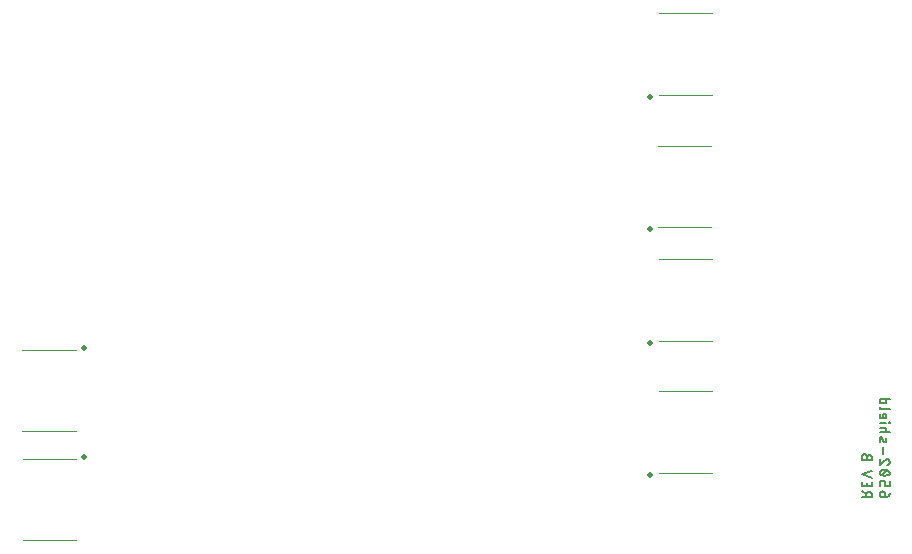
<source format=gbr>
G04 EAGLE Gerber RS-274X export*
G75*
%MOMM*%
%FSLAX34Y34*%
%LPD*%
%INSilkscreen Bottom*%
%IPPOS*%
%AMOC8*
5,1,8,0,0,1.08239X$1,22.5*%
G01*
%ADD10C,0.152400*%
%ADD11C,0.500000*%
%ADD12C,0.120000*%


D10*
X1004300Y74762D02*
X1004300Y77641D01*
X1004298Y77727D01*
X1004292Y77813D01*
X1004283Y77899D01*
X1004269Y77984D01*
X1004252Y78068D01*
X1004231Y78152D01*
X1004206Y78234D01*
X1004178Y78315D01*
X1004146Y78395D01*
X1004110Y78474D01*
X1004071Y78550D01*
X1004028Y78625D01*
X1003983Y78698D01*
X1003934Y78769D01*
X1003881Y78837D01*
X1003826Y78904D01*
X1003768Y78967D01*
X1003707Y79028D01*
X1003644Y79086D01*
X1003577Y79141D01*
X1003509Y79194D01*
X1003438Y79243D01*
X1003365Y79288D01*
X1003290Y79331D01*
X1003214Y79370D01*
X1003135Y79406D01*
X1003055Y79438D01*
X1002974Y79466D01*
X1002892Y79491D01*
X1002808Y79512D01*
X1002724Y79529D01*
X1002639Y79543D01*
X1002553Y79552D01*
X1002467Y79558D01*
X1002381Y79560D01*
X1001901Y79560D01*
X1001804Y79558D01*
X1001708Y79552D01*
X1001612Y79543D01*
X1001516Y79529D01*
X1001421Y79512D01*
X1001327Y79490D01*
X1001234Y79465D01*
X1001141Y79437D01*
X1001050Y79404D01*
X1000961Y79368D01*
X1000873Y79328D01*
X1000786Y79285D01*
X1000702Y79239D01*
X1000619Y79189D01*
X1000538Y79135D01*
X1000460Y79079D01*
X1000384Y79019D01*
X1000310Y78957D01*
X1000239Y78891D01*
X1000171Y78823D01*
X1000105Y78752D01*
X1000043Y78678D01*
X999983Y78602D01*
X999927Y78524D01*
X999873Y78443D01*
X999823Y78361D01*
X999777Y78276D01*
X999734Y78189D01*
X999694Y78101D01*
X999658Y78012D01*
X999625Y77921D01*
X999597Y77828D01*
X999572Y77735D01*
X999550Y77641D01*
X999533Y77546D01*
X999519Y77450D01*
X999510Y77354D01*
X999504Y77258D01*
X999502Y77161D01*
X999504Y77064D01*
X999510Y76968D01*
X999519Y76872D01*
X999533Y76776D01*
X999550Y76681D01*
X999572Y76587D01*
X999597Y76494D01*
X999625Y76401D01*
X999658Y76310D01*
X999694Y76221D01*
X999734Y76133D01*
X999777Y76046D01*
X999823Y75962D01*
X999873Y75879D01*
X999927Y75798D01*
X999983Y75720D01*
X1000043Y75644D01*
X1000105Y75570D01*
X1000171Y75499D01*
X1000239Y75431D01*
X1000310Y75365D01*
X1000384Y75303D01*
X1000460Y75243D01*
X1000538Y75187D01*
X1000619Y75133D01*
X1000702Y75083D01*
X1000786Y75037D01*
X1000873Y74994D01*
X1000961Y74954D01*
X1001050Y74918D01*
X1001141Y74885D01*
X1001234Y74857D01*
X1001327Y74832D01*
X1001421Y74810D01*
X1001516Y74793D01*
X1001612Y74779D01*
X1001708Y74770D01*
X1001804Y74764D01*
X1001901Y74762D01*
X1004300Y74762D01*
X1004423Y74764D01*
X1004546Y74770D01*
X1004669Y74780D01*
X1004791Y74794D01*
X1004913Y74811D01*
X1005034Y74833D01*
X1005154Y74858D01*
X1005274Y74888D01*
X1005392Y74921D01*
X1005509Y74958D01*
X1005626Y74998D01*
X1005740Y75042D01*
X1005854Y75090D01*
X1005965Y75142D01*
X1006075Y75197D01*
X1006183Y75256D01*
X1006290Y75318D01*
X1006394Y75383D01*
X1006496Y75452D01*
X1006596Y75524D01*
X1006693Y75599D01*
X1006788Y75678D01*
X1006880Y75759D01*
X1006970Y75843D01*
X1007057Y75930D01*
X1007141Y76020D01*
X1007222Y76112D01*
X1007301Y76207D01*
X1007376Y76304D01*
X1007448Y76404D01*
X1007517Y76506D01*
X1007582Y76610D01*
X1007644Y76717D01*
X1007703Y76825D01*
X1007758Y76935D01*
X1007810Y77046D01*
X1007857Y77160D01*
X1007902Y77274D01*
X1007942Y77391D01*
X1007979Y77508D01*
X1008012Y77626D01*
X1008042Y77746D01*
X1008067Y77866D01*
X1008089Y77987D01*
X1008106Y78109D01*
X1008120Y78231D01*
X1008130Y78354D01*
X1008136Y78477D01*
X1008138Y78600D01*
X999502Y83906D02*
X999502Y86785D01*
X999504Y86871D01*
X999510Y86957D01*
X999519Y87043D01*
X999533Y87128D01*
X999550Y87212D01*
X999571Y87296D01*
X999596Y87378D01*
X999624Y87459D01*
X999656Y87539D01*
X999692Y87618D01*
X999731Y87694D01*
X999774Y87769D01*
X999819Y87842D01*
X999869Y87913D01*
X999921Y87981D01*
X999976Y88048D01*
X1000034Y88111D01*
X1000095Y88172D01*
X1000158Y88230D01*
X1000225Y88285D01*
X1000293Y88338D01*
X1000364Y88387D01*
X1000437Y88432D01*
X1000512Y88475D01*
X1000588Y88514D01*
X1000667Y88550D01*
X1000747Y88582D01*
X1000828Y88610D01*
X1000911Y88635D01*
X1000994Y88656D01*
X1001078Y88673D01*
X1001163Y88687D01*
X1001249Y88696D01*
X1001335Y88702D01*
X1001421Y88704D01*
X1002381Y88704D01*
X1002467Y88702D01*
X1002553Y88696D01*
X1002639Y88687D01*
X1002724Y88673D01*
X1002808Y88656D01*
X1002892Y88635D01*
X1002974Y88610D01*
X1003055Y88582D01*
X1003135Y88550D01*
X1003214Y88514D01*
X1003290Y88475D01*
X1003365Y88432D01*
X1003438Y88387D01*
X1003509Y88338D01*
X1003577Y88285D01*
X1003644Y88230D01*
X1003707Y88172D01*
X1003768Y88111D01*
X1003826Y88048D01*
X1003881Y87981D01*
X1003934Y87913D01*
X1003983Y87842D01*
X1004028Y87769D01*
X1004071Y87694D01*
X1004110Y87618D01*
X1004146Y87539D01*
X1004178Y87459D01*
X1004206Y87378D01*
X1004231Y87296D01*
X1004252Y87212D01*
X1004269Y87128D01*
X1004283Y87043D01*
X1004292Y86957D01*
X1004298Y86871D01*
X1004300Y86785D01*
X1004300Y83906D01*
X1008138Y83906D01*
X1008138Y88704D01*
X1006939Y93770D02*
X1006785Y93697D01*
X1006630Y93628D01*
X1006473Y93563D01*
X1006315Y93501D01*
X1006155Y93444D01*
X1005994Y93390D01*
X1005831Y93340D01*
X1005668Y93294D01*
X1005503Y93252D01*
X1005337Y93214D01*
X1005171Y93179D01*
X1005004Y93149D01*
X1004836Y93123D01*
X1004668Y93101D01*
X1004499Y93082D01*
X1004329Y93068D01*
X1004160Y93058D01*
X1003990Y93052D01*
X1003820Y93050D01*
X1006939Y93770D02*
X1007015Y93798D01*
X1007090Y93830D01*
X1007164Y93865D01*
X1007236Y93903D01*
X1007306Y93945D01*
X1007374Y93990D01*
X1007440Y94038D01*
X1007504Y94089D01*
X1007565Y94143D01*
X1007624Y94199D01*
X1007680Y94259D01*
X1007733Y94320D01*
X1007783Y94384D01*
X1007831Y94451D01*
X1007875Y94519D01*
X1007916Y94590D01*
X1007954Y94662D01*
X1007988Y94736D01*
X1008019Y94811D01*
X1008047Y94888D01*
X1008071Y94966D01*
X1008091Y95045D01*
X1008108Y95125D01*
X1008121Y95205D01*
X1008131Y95286D01*
X1008136Y95367D01*
X1008138Y95449D01*
X1008136Y95531D01*
X1008131Y95612D01*
X1008121Y95693D01*
X1008108Y95773D01*
X1008091Y95853D01*
X1008071Y95932D01*
X1008047Y96010D01*
X1008019Y96087D01*
X1007988Y96162D01*
X1007954Y96236D01*
X1007916Y96308D01*
X1007875Y96379D01*
X1007831Y96447D01*
X1007783Y96514D01*
X1007733Y96578D01*
X1007680Y96639D01*
X1007624Y96699D01*
X1007565Y96755D01*
X1007504Y96809D01*
X1007440Y96860D01*
X1007374Y96908D01*
X1007306Y96953D01*
X1007236Y96995D01*
X1007164Y97033D01*
X1007090Y97068D01*
X1007015Y97100D01*
X1006939Y97128D01*
X1006785Y97201D01*
X1006630Y97270D01*
X1006473Y97335D01*
X1006315Y97397D01*
X1006155Y97454D01*
X1005994Y97508D01*
X1005831Y97558D01*
X1005668Y97604D01*
X1005503Y97646D01*
X1005337Y97684D01*
X1005171Y97719D01*
X1005004Y97749D01*
X1004836Y97775D01*
X1004668Y97797D01*
X1004499Y97816D01*
X1004329Y97830D01*
X1004160Y97840D01*
X1003990Y97846D01*
X1003820Y97848D01*
X1003820Y93050D02*
X1003650Y93052D01*
X1003480Y93058D01*
X1003311Y93068D01*
X1003141Y93082D01*
X1002972Y93101D01*
X1002804Y93123D01*
X1002636Y93149D01*
X1002469Y93179D01*
X1002303Y93214D01*
X1002137Y93252D01*
X1001972Y93294D01*
X1001809Y93340D01*
X1001647Y93390D01*
X1001485Y93444D01*
X1001326Y93501D01*
X1001167Y93563D01*
X1001010Y93628D01*
X1000855Y93697D01*
X1000701Y93770D01*
X1000625Y93798D01*
X1000550Y93830D01*
X1000476Y93865D01*
X1000404Y93903D01*
X1000334Y93945D01*
X1000266Y93990D01*
X1000200Y94038D01*
X1000136Y94089D01*
X1000075Y94143D01*
X1000016Y94199D01*
X999960Y94259D01*
X999907Y94320D01*
X999857Y94384D01*
X999809Y94451D01*
X999765Y94519D01*
X999724Y94590D01*
X999686Y94662D01*
X999652Y94736D01*
X999621Y94811D01*
X999593Y94888D01*
X999569Y94966D01*
X999549Y95045D01*
X999532Y95125D01*
X999519Y95205D01*
X999509Y95286D01*
X999504Y95367D01*
X999502Y95449D01*
X1000701Y97128D02*
X1000855Y97201D01*
X1001010Y97270D01*
X1001167Y97335D01*
X1001326Y97397D01*
X1001485Y97454D01*
X1001647Y97508D01*
X1001809Y97558D01*
X1001972Y97604D01*
X1002137Y97646D01*
X1002303Y97684D01*
X1002469Y97719D01*
X1002636Y97749D01*
X1002804Y97775D01*
X1002972Y97797D01*
X1003141Y97816D01*
X1003311Y97830D01*
X1003480Y97840D01*
X1003650Y97846D01*
X1003820Y97848D01*
X1000701Y97128D02*
X1000625Y97100D01*
X1000550Y97068D01*
X1000476Y97033D01*
X1000404Y96995D01*
X1000334Y96953D01*
X1000266Y96908D01*
X1000200Y96860D01*
X1000136Y96809D01*
X1000075Y96755D01*
X1000016Y96699D01*
X999960Y96639D01*
X999907Y96578D01*
X999857Y96514D01*
X999809Y96447D01*
X999765Y96379D01*
X999724Y96308D01*
X999686Y96236D01*
X999652Y96162D01*
X999621Y96087D01*
X999593Y96010D01*
X999569Y95932D01*
X999549Y95853D01*
X999532Y95773D01*
X999519Y95693D01*
X999509Y95612D01*
X999504Y95531D01*
X999502Y95449D01*
X1001421Y93530D02*
X1006219Y97368D01*
X1008138Y104833D02*
X1008136Y104925D01*
X1008130Y105016D01*
X1008121Y105107D01*
X1008107Y105198D01*
X1008090Y105288D01*
X1008068Y105377D01*
X1008043Y105465D01*
X1008015Y105552D01*
X1007982Y105638D01*
X1007946Y105722D01*
X1007907Y105805D01*
X1007864Y105886D01*
X1007817Y105965D01*
X1007768Y106042D01*
X1007715Y106117D01*
X1007659Y106189D01*
X1007600Y106259D01*
X1007538Y106327D01*
X1007473Y106392D01*
X1007405Y106454D01*
X1007335Y106513D01*
X1007263Y106569D01*
X1007188Y106622D01*
X1007111Y106671D01*
X1007032Y106718D01*
X1006951Y106761D01*
X1006868Y106800D01*
X1006784Y106836D01*
X1006698Y106869D01*
X1006611Y106897D01*
X1006523Y106922D01*
X1006434Y106944D01*
X1006344Y106961D01*
X1006253Y106975D01*
X1006162Y106984D01*
X1006071Y106990D01*
X1005979Y106992D01*
X1008138Y104833D02*
X1008136Y104730D01*
X1008130Y104628D01*
X1008121Y104526D01*
X1008108Y104424D01*
X1008091Y104323D01*
X1008070Y104222D01*
X1008046Y104123D01*
X1008017Y104024D01*
X1007986Y103927D01*
X1007950Y103830D01*
X1007912Y103735D01*
X1007869Y103642D01*
X1007823Y103550D01*
X1007774Y103460D01*
X1007722Y103372D01*
X1007666Y103285D01*
X1007607Y103201D01*
X1007546Y103120D01*
X1007481Y103040D01*
X1007413Y102963D01*
X1007342Y102888D01*
X1007269Y102817D01*
X1007193Y102748D01*
X1007115Y102681D01*
X1007034Y102618D01*
X1006951Y102558D01*
X1006866Y102501D01*
X1006779Y102447D01*
X1006689Y102396D01*
X1006598Y102349D01*
X1006506Y102305D01*
X1006411Y102264D01*
X1006316Y102227D01*
X1006219Y102194D01*
X1004300Y106272D02*
X1004366Y106339D01*
X1004435Y106403D01*
X1004506Y106464D01*
X1004580Y106522D01*
X1004656Y106577D01*
X1004734Y106629D01*
X1004814Y106678D01*
X1004896Y106724D01*
X1004980Y106766D01*
X1005066Y106805D01*
X1005153Y106840D01*
X1005241Y106871D01*
X1005331Y106899D01*
X1005421Y106924D01*
X1005513Y106945D01*
X1005605Y106962D01*
X1005698Y106975D01*
X1005791Y106984D01*
X1005885Y106990D01*
X1005979Y106992D01*
X1004300Y106272D02*
X999502Y102194D01*
X999502Y106992D01*
X1002860Y111468D02*
X1002860Y117225D01*
X1002860Y122291D02*
X1001901Y124690D01*
X1002860Y122291D02*
X1002887Y122228D01*
X1002918Y122166D01*
X1002953Y122106D01*
X1002990Y122048D01*
X1003031Y121992D01*
X1003074Y121939D01*
X1003121Y121888D01*
X1003170Y121840D01*
X1003222Y121794D01*
X1003277Y121752D01*
X1003334Y121712D01*
X1003392Y121676D01*
X1003453Y121643D01*
X1003516Y121614D01*
X1003579Y121588D01*
X1003645Y121565D01*
X1003711Y121547D01*
X1003779Y121532D01*
X1003847Y121520D01*
X1003915Y121513D01*
X1003984Y121509D01*
X1004053Y121510D01*
X1004122Y121514D01*
X1004191Y121522D01*
X1004259Y121533D01*
X1004326Y121549D01*
X1004393Y121568D01*
X1004458Y121590D01*
X1004522Y121617D01*
X1004584Y121647D01*
X1004644Y121680D01*
X1004703Y121717D01*
X1004759Y121756D01*
X1004814Y121799D01*
X1004865Y121845D01*
X1004914Y121893D01*
X1004961Y121945D01*
X1005004Y121998D01*
X1005044Y122054D01*
X1005081Y122113D01*
X1005115Y122173D01*
X1005146Y122235D01*
X1005173Y122298D01*
X1005196Y122363D01*
X1005216Y122429D01*
X1005232Y122496D01*
X1005245Y122564D01*
X1005253Y122633D01*
X1005258Y122702D01*
X1005259Y122771D01*
X1005256Y122910D01*
X1005248Y123049D01*
X1005237Y123188D01*
X1005223Y123326D01*
X1005205Y123464D01*
X1005184Y123602D01*
X1005159Y123739D01*
X1005130Y123875D01*
X1005098Y124011D01*
X1005063Y124145D01*
X1005024Y124279D01*
X1004982Y124412D01*
X1004936Y124543D01*
X1004887Y124673D01*
X1004835Y124802D01*
X1004780Y124930D01*
X1001901Y124690D02*
X1001874Y124753D01*
X1001843Y124815D01*
X1001808Y124875D01*
X1001771Y124933D01*
X1001730Y124989D01*
X1001687Y125042D01*
X1001640Y125093D01*
X1001591Y125141D01*
X1001539Y125187D01*
X1001484Y125229D01*
X1001427Y125269D01*
X1001369Y125305D01*
X1001308Y125338D01*
X1001246Y125367D01*
X1001182Y125393D01*
X1001116Y125416D01*
X1001050Y125434D01*
X1000982Y125449D01*
X1000914Y125461D01*
X1000846Y125468D01*
X1000777Y125472D01*
X1000708Y125471D01*
X1000639Y125467D01*
X1000570Y125459D01*
X1000502Y125448D01*
X1000435Y125432D01*
X1000368Y125413D01*
X1000303Y125391D01*
X1000239Y125364D01*
X1000177Y125334D01*
X1000117Y125301D01*
X1000058Y125264D01*
X1000002Y125225D01*
X999947Y125182D01*
X999896Y125136D01*
X999847Y125088D01*
X999800Y125036D01*
X999757Y124983D01*
X999717Y124927D01*
X999680Y124868D01*
X999646Y124808D01*
X999615Y124746D01*
X999588Y124683D01*
X999565Y124618D01*
X999545Y124552D01*
X999529Y124485D01*
X999516Y124417D01*
X999508Y124348D01*
X999503Y124279D01*
X999502Y124210D01*
X999507Y124017D01*
X999516Y123825D01*
X999531Y123633D01*
X999549Y123442D01*
X999572Y123251D01*
X999600Y123060D01*
X999632Y122870D01*
X999669Y122681D01*
X999710Y122493D01*
X999756Y122306D01*
X999806Y122121D01*
X999860Y121936D01*
X999919Y121753D01*
X999982Y121571D01*
X999502Y129801D02*
X1008138Y129801D01*
X1005259Y129801D02*
X1005259Y132200D01*
X1005257Y132275D01*
X1005251Y132350D01*
X1005241Y132425D01*
X1005228Y132499D01*
X1005210Y132572D01*
X1005189Y132645D01*
X1005163Y132716D01*
X1005135Y132785D01*
X1005102Y132853D01*
X1005066Y132920D01*
X1005027Y132984D01*
X1004984Y133046D01*
X1004938Y133106D01*
X1004889Y133163D01*
X1004838Y133218D01*
X1004783Y133269D01*
X1004726Y133318D01*
X1004666Y133364D01*
X1004604Y133407D01*
X1004540Y133446D01*
X1004473Y133482D01*
X1004405Y133515D01*
X1004336Y133543D01*
X1004265Y133569D01*
X1004192Y133590D01*
X1004119Y133608D01*
X1004045Y133621D01*
X1003970Y133631D01*
X1003895Y133637D01*
X1003820Y133639D01*
X999502Y133639D01*
X999502Y137816D02*
X1005259Y137816D01*
X1007658Y137576D02*
X1008138Y137576D01*
X1008138Y138056D01*
X1007658Y138056D01*
X1007658Y137576D01*
X999502Y143127D02*
X999502Y145526D01*
X999502Y143127D02*
X999504Y143052D01*
X999510Y142977D01*
X999520Y142902D01*
X999533Y142828D01*
X999551Y142755D01*
X999572Y142682D01*
X999598Y142611D01*
X999626Y142542D01*
X999659Y142474D01*
X999695Y142408D01*
X999734Y142343D01*
X999777Y142281D01*
X999823Y142221D01*
X999872Y142164D01*
X999923Y142109D01*
X999978Y142058D01*
X1000035Y142009D01*
X1000095Y141963D01*
X1000157Y141920D01*
X1000222Y141881D01*
X1000288Y141845D01*
X1000356Y141812D01*
X1000425Y141784D01*
X1000496Y141758D01*
X1000569Y141737D01*
X1000642Y141719D01*
X1000716Y141706D01*
X1000791Y141696D01*
X1000866Y141690D01*
X1000941Y141688D01*
X1003340Y141688D01*
X1003426Y141690D01*
X1003512Y141696D01*
X1003598Y141705D01*
X1003683Y141719D01*
X1003767Y141736D01*
X1003851Y141757D01*
X1003933Y141782D01*
X1004014Y141810D01*
X1004094Y141842D01*
X1004173Y141878D01*
X1004249Y141917D01*
X1004324Y141960D01*
X1004397Y142005D01*
X1004468Y142054D01*
X1004536Y142107D01*
X1004603Y142162D01*
X1004666Y142220D01*
X1004727Y142281D01*
X1004785Y142344D01*
X1004840Y142411D01*
X1004893Y142479D01*
X1004942Y142550D01*
X1004987Y142623D01*
X1005030Y142698D01*
X1005069Y142774D01*
X1005105Y142853D01*
X1005137Y142933D01*
X1005165Y143014D01*
X1005190Y143096D01*
X1005211Y143180D01*
X1005228Y143264D01*
X1005242Y143349D01*
X1005251Y143435D01*
X1005257Y143521D01*
X1005259Y143607D01*
X1005257Y143693D01*
X1005251Y143779D01*
X1005242Y143865D01*
X1005228Y143950D01*
X1005211Y144034D01*
X1005190Y144118D01*
X1005165Y144200D01*
X1005137Y144281D01*
X1005105Y144361D01*
X1005069Y144440D01*
X1005030Y144516D01*
X1004987Y144591D01*
X1004942Y144664D01*
X1004893Y144735D01*
X1004840Y144803D01*
X1004785Y144870D01*
X1004727Y144933D01*
X1004666Y144994D01*
X1004603Y145052D01*
X1004536Y145107D01*
X1004468Y145160D01*
X1004397Y145209D01*
X1004324Y145254D01*
X1004249Y145297D01*
X1004173Y145336D01*
X1004094Y145372D01*
X1004014Y145404D01*
X1003933Y145432D01*
X1003851Y145457D01*
X1003767Y145478D01*
X1003683Y145495D01*
X1003598Y145509D01*
X1003512Y145518D01*
X1003426Y145524D01*
X1003340Y145526D01*
X1002381Y145526D01*
X1002381Y141688D01*
X1000941Y149651D02*
X1008138Y149651D01*
X1000941Y149652D02*
X1000866Y149654D01*
X1000791Y149660D01*
X1000716Y149670D01*
X1000642Y149683D01*
X1000569Y149701D01*
X1000496Y149722D01*
X1000425Y149748D01*
X1000356Y149776D01*
X1000288Y149809D01*
X1000222Y149845D01*
X1000157Y149884D01*
X1000095Y149927D01*
X1000035Y149973D01*
X999978Y150022D01*
X999923Y150073D01*
X999872Y150128D01*
X999823Y150185D01*
X999777Y150245D01*
X999734Y150307D01*
X999695Y150372D01*
X999659Y150438D01*
X999626Y150506D01*
X999598Y150575D01*
X999572Y150646D01*
X999551Y150719D01*
X999533Y150792D01*
X999520Y150866D01*
X999510Y150941D01*
X999504Y151016D01*
X999502Y151091D01*
X999502Y158260D02*
X1008138Y158260D01*
X999502Y158260D02*
X999502Y155861D01*
X999504Y155786D01*
X999510Y155711D01*
X999520Y155636D01*
X999533Y155562D01*
X999551Y155489D01*
X999572Y155416D01*
X999598Y155345D01*
X999626Y155276D01*
X999659Y155208D01*
X999695Y155142D01*
X999734Y155077D01*
X999777Y155015D01*
X999823Y154955D01*
X999872Y154898D01*
X999923Y154843D01*
X999978Y154792D01*
X1000035Y154743D01*
X1000095Y154697D01*
X1000157Y154654D01*
X1000222Y154615D01*
X1000288Y154579D01*
X1000356Y154546D01*
X1000425Y154518D01*
X1000496Y154492D01*
X1000569Y154471D01*
X1000642Y154453D01*
X1000716Y154440D01*
X1000791Y154430D01*
X1000866Y154424D01*
X1000941Y154422D01*
X1003820Y154422D01*
X1003895Y154424D01*
X1003970Y154430D01*
X1004045Y154440D01*
X1004119Y154453D01*
X1004192Y154471D01*
X1004265Y154492D01*
X1004336Y154518D01*
X1004405Y154546D01*
X1004473Y154579D01*
X1004540Y154615D01*
X1004604Y154654D01*
X1004666Y154697D01*
X1004726Y154743D01*
X1004783Y154792D01*
X1004838Y154843D01*
X1004889Y154898D01*
X1004938Y154955D01*
X1004984Y155015D01*
X1005027Y155077D01*
X1005066Y155142D01*
X1005102Y155208D01*
X1005135Y155276D01*
X1005163Y155345D01*
X1005189Y155416D01*
X1005210Y155489D01*
X1005228Y155562D01*
X1005241Y155636D01*
X1005251Y155711D01*
X1005257Y155786D01*
X1005259Y155861D01*
X1005259Y158260D01*
X992898Y74762D02*
X984262Y74762D01*
X992898Y74762D02*
X992898Y77161D01*
X992896Y77258D01*
X992890Y77354D01*
X992881Y77450D01*
X992867Y77546D01*
X992850Y77641D01*
X992828Y77735D01*
X992803Y77828D01*
X992775Y77921D01*
X992742Y78012D01*
X992706Y78101D01*
X992666Y78189D01*
X992623Y78276D01*
X992577Y78361D01*
X992527Y78443D01*
X992473Y78524D01*
X992417Y78602D01*
X992357Y78678D01*
X992295Y78752D01*
X992229Y78823D01*
X992161Y78891D01*
X992090Y78957D01*
X992016Y79019D01*
X991940Y79079D01*
X991862Y79135D01*
X991781Y79189D01*
X991699Y79239D01*
X991614Y79285D01*
X991527Y79328D01*
X991439Y79368D01*
X991350Y79404D01*
X991259Y79437D01*
X991166Y79465D01*
X991073Y79490D01*
X990979Y79512D01*
X990884Y79529D01*
X990788Y79543D01*
X990692Y79552D01*
X990596Y79558D01*
X990499Y79560D01*
X990402Y79558D01*
X990306Y79552D01*
X990210Y79543D01*
X990114Y79529D01*
X990019Y79512D01*
X989925Y79490D01*
X989832Y79465D01*
X989739Y79437D01*
X989648Y79404D01*
X989559Y79368D01*
X989471Y79328D01*
X989384Y79285D01*
X989300Y79239D01*
X989217Y79189D01*
X989136Y79135D01*
X989058Y79079D01*
X988982Y79019D01*
X988908Y78957D01*
X988837Y78891D01*
X988769Y78823D01*
X988703Y78752D01*
X988641Y78678D01*
X988581Y78602D01*
X988525Y78524D01*
X988471Y78443D01*
X988421Y78361D01*
X988375Y78276D01*
X988332Y78189D01*
X988292Y78101D01*
X988256Y78012D01*
X988223Y77921D01*
X988195Y77828D01*
X988170Y77735D01*
X988148Y77641D01*
X988131Y77546D01*
X988117Y77450D01*
X988108Y77354D01*
X988102Y77258D01*
X988100Y77161D01*
X988100Y74762D01*
X988100Y77641D02*
X984262Y79560D01*
X984262Y84152D02*
X984262Y87990D01*
X984262Y84152D02*
X992898Y84152D01*
X992898Y87990D01*
X989060Y87031D02*
X989060Y84152D01*
X992898Y91266D02*
X984262Y94145D01*
X992898Y97024D01*
X989060Y106266D02*
X989060Y108665D01*
X989058Y108762D01*
X989052Y108858D01*
X989043Y108954D01*
X989029Y109050D01*
X989012Y109145D01*
X988990Y109239D01*
X988965Y109332D01*
X988937Y109425D01*
X988904Y109516D01*
X988868Y109605D01*
X988828Y109693D01*
X988785Y109780D01*
X988739Y109865D01*
X988689Y109947D01*
X988635Y110028D01*
X988579Y110106D01*
X988519Y110182D01*
X988457Y110256D01*
X988391Y110327D01*
X988323Y110395D01*
X988252Y110461D01*
X988178Y110523D01*
X988102Y110583D01*
X988024Y110639D01*
X987943Y110693D01*
X987861Y110743D01*
X987776Y110789D01*
X987689Y110832D01*
X987601Y110872D01*
X987512Y110908D01*
X987421Y110941D01*
X987328Y110969D01*
X987235Y110994D01*
X987141Y111016D01*
X987046Y111033D01*
X986950Y111047D01*
X986854Y111056D01*
X986758Y111062D01*
X986661Y111064D01*
X986564Y111062D01*
X986468Y111056D01*
X986372Y111047D01*
X986276Y111033D01*
X986181Y111016D01*
X986087Y110994D01*
X985994Y110969D01*
X985901Y110941D01*
X985810Y110908D01*
X985721Y110872D01*
X985633Y110832D01*
X985546Y110789D01*
X985462Y110743D01*
X985379Y110693D01*
X985298Y110639D01*
X985220Y110583D01*
X985144Y110523D01*
X985070Y110461D01*
X984999Y110395D01*
X984931Y110327D01*
X984865Y110256D01*
X984803Y110182D01*
X984743Y110106D01*
X984687Y110028D01*
X984633Y109947D01*
X984583Y109865D01*
X984537Y109780D01*
X984494Y109693D01*
X984454Y109605D01*
X984418Y109516D01*
X984385Y109425D01*
X984357Y109332D01*
X984332Y109239D01*
X984310Y109145D01*
X984293Y109050D01*
X984279Y108954D01*
X984270Y108858D01*
X984264Y108762D01*
X984262Y108665D01*
X984262Y106266D01*
X992898Y106266D01*
X992898Y108665D01*
X992896Y108751D01*
X992890Y108837D01*
X992881Y108923D01*
X992867Y109008D01*
X992850Y109092D01*
X992829Y109176D01*
X992804Y109258D01*
X992776Y109339D01*
X992744Y109419D01*
X992708Y109498D01*
X992669Y109574D01*
X992626Y109649D01*
X992581Y109722D01*
X992532Y109793D01*
X992479Y109861D01*
X992424Y109928D01*
X992366Y109991D01*
X992305Y110052D01*
X992242Y110110D01*
X992175Y110165D01*
X992107Y110218D01*
X992036Y110267D01*
X991963Y110312D01*
X991888Y110355D01*
X991812Y110394D01*
X991733Y110430D01*
X991653Y110462D01*
X991572Y110490D01*
X991490Y110515D01*
X991406Y110536D01*
X991322Y110553D01*
X991237Y110567D01*
X991151Y110576D01*
X991065Y110582D01*
X990979Y110584D01*
X990893Y110582D01*
X990807Y110576D01*
X990721Y110567D01*
X990636Y110553D01*
X990552Y110536D01*
X990468Y110515D01*
X990386Y110490D01*
X990305Y110462D01*
X990225Y110430D01*
X990146Y110394D01*
X990070Y110355D01*
X989995Y110312D01*
X989922Y110267D01*
X989851Y110218D01*
X989783Y110165D01*
X989716Y110110D01*
X989653Y110052D01*
X989592Y109991D01*
X989534Y109928D01*
X989479Y109861D01*
X989426Y109793D01*
X989377Y109722D01*
X989332Y109649D01*
X989289Y109574D01*
X989250Y109498D01*
X989214Y109419D01*
X989182Y109339D01*
X989154Y109258D01*
X989129Y109176D01*
X989108Y109092D01*
X989091Y109008D01*
X989077Y108923D01*
X989068Y108837D01*
X989062Y108751D01*
X989060Y108665D01*
D11*
X804794Y301461D03*
D12*
X811832Y303361D02*
X856832Y303361D01*
X856832Y372209D02*
X811832Y372209D01*
D11*
X805416Y205414D03*
D12*
X812454Y207314D02*
X857454Y207314D01*
X857454Y276162D02*
X812454Y276162D01*
D11*
X805462Y93676D03*
D12*
X812500Y95576D02*
X857500Y95576D01*
X857500Y164424D02*
X812500Y164424D01*
D11*
X325894Y201229D03*
D12*
X318856Y199329D02*
X273856Y199329D01*
X273856Y130481D02*
X318856Y130481D01*
D11*
X326132Y109157D03*
D12*
X319094Y107257D02*
X274094Y107257D01*
X274094Y38409D02*
X319094Y38409D01*
D11*
X805604Y413604D03*
D12*
X812642Y415504D02*
X857642Y415504D01*
X857642Y484352D02*
X812642Y484352D01*
M02*

</source>
